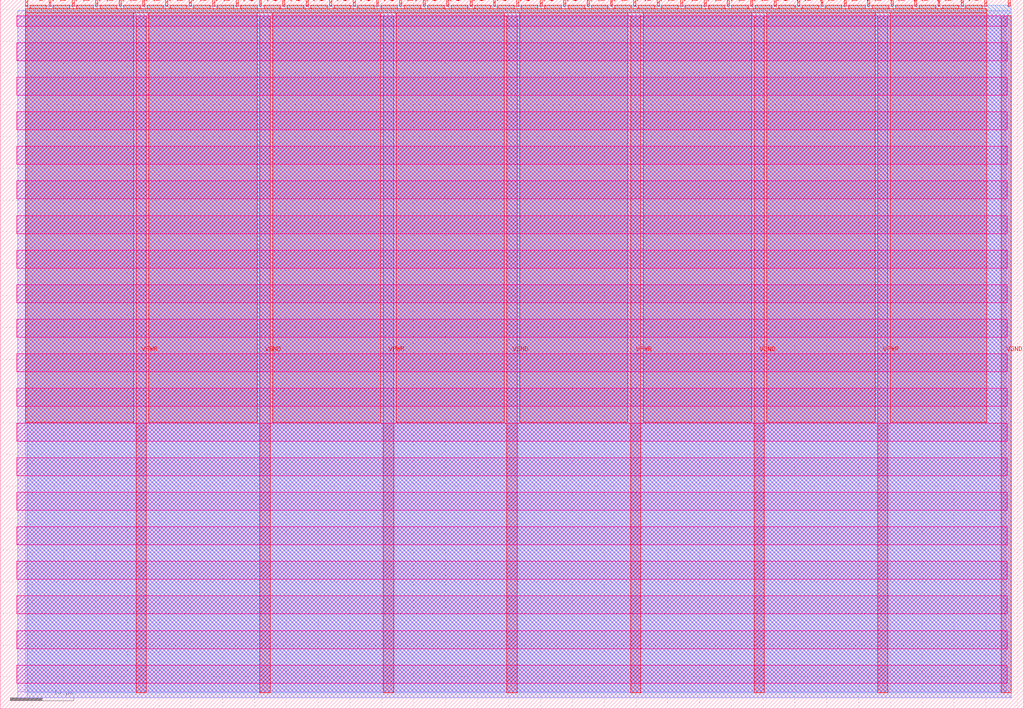
<source format=lef>
VERSION 5.7 ;
  NOWIREEXTENSIONATPIN ON ;
  DIVIDERCHAR "/" ;
  BUSBITCHARS "[]" ;
MACRO tt_um_toivoh_basilisc_2816
  CLASS BLOCK ;
  FOREIGN tt_um_toivoh_basilisc_2816 ;
  ORIGIN 0.000 0.000 ;
  SIZE 161.000 BY 111.520 ;
  PIN VGND
    DIRECTION INOUT ;
    USE GROUND ;
    PORT
      LAYER met4 ;
        RECT 40.830 2.480 42.430 109.040 ;
    END
    PORT
      LAYER met4 ;
        RECT 79.700 2.480 81.300 109.040 ;
    END
    PORT
      LAYER met4 ;
        RECT 118.570 2.480 120.170 109.040 ;
    END
    PORT
      LAYER met4 ;
        RECT 157.440 2.480 159.040 109.040 ;
    END
  END VGND
  PIN VPWR
    DIRECTION INOUT ;
    USE POWER ;
    PORT
      LAYER met4 ;
        RECT 21.395 2.480 22.995 109.040 ;
    END
    PORT
      LAYER met4 ;
        RECT 60.265 2.480 61.865 109.040 ;
    END
    PORT
      LAYER met4 ;
        RECT 99.135 2.480 100.735 109.040 ;
    END
    PORT
      LAYER met4 ;
        RECT 138.005 2.480 139.605 109.040 ;
    END
  END VPWR
  PIN clk
    DIRECTION INPUT ;
    USE SIGNAL ;
    ANTENNAGATEAREA 0.852000 ;
    PORT
      LAYER met4 ;
        RECT 154.870 110.520 155.170 111.520 ;
    END
  END clk
  PIN ena
    DIRECTION INPUT ;
    USE SIGNAL ;
    PORT
      LAYER met4 ;
        RECT 158.550 110.520 158.850 111.520 ;
    END
  END ena
  PIN rst_n
    DIRECTION INPUT ;
    USE SIGNAL ;
    ANTENNAGATEAREA 0.159000 ;
    PORT
      LAYER met4 ;
        RECT 151.190 110.520 151.490 111.520 ;
    END
  END rst_n
  PIN ui_in[0]
    DIRECTION INPUT ;
    USE SIGNAL ;
    ANTENNAGATEAREA 0.196500 ;
    PORT
      LAYER met4 ;
        RECT 147.510 110.520 147.810 111.520 ;
    END
  END ui_in[0]
  PIN ui_in[1]
    DIRECTION INPUT ;
    USE SIGNAL ;
    ANTENNAGATEAREA 0.196500 ;
    PORT
      LAYER met4 ;
        RECT 143.830 110.520 144.130 111.520 ;
    END
  END ui_in[1]
  PIN ui_in[2]
    DIRECTION INPUT ;
    USE SIGNAL ;
    PORT
      LAYER met4 ;
        RECT 140.150 110.520 140.450 111.520 ;
    END
  END ui_in[2]
  PIN ui_in[3]
    DIRECTION INPUT ;
    USE SIGNAL ;
    PORT
      LAYER met4 ;
        RECT 136.470 110.520 136.770 111.520 ;
    END
  END ui_in[3]
  PIN ui_in[4]
    DIRECTION INPUT ;
    USE SIGNAL ;
    PORT
      LAYER met4 ;
        RECT 132.790 110.520 133.090 111.520 ;
    END
  END ui_in[4]
  PIN ui_in[5]
    DIRECTION INPUT ;
    USE SIGNAL ;
    PORT
      LAYER met4 ;
        RECT 129.110 110.520 129.410 111.520 ;
    END
  END ui_in[5]
  PIN ui_in[6]
    DIRECTION INPUT ;
    USE SIGNAL ;
    PORT
      LAYER met4 ;
        RECT 125.430 110.520 125.730 111.520 ;
    END
  END ui_in[6]
  PIN ui_in[7]
    DIRECTION INPUT ;
    USE SIGNAL ;
    PORT
      LAYER met4 ;
        RECT 121.750 110.520 122.050 111.520 ;
    END
  END ui_in[7]
  PIN uio_in[0]
    DIRECTION INPUT ;
    USE SIGNAL ;
    PORT
      LAYER met4 ;
        RECT 118.070 110.520 118.370 111.520 ;
    END
  END uio_in[0]
  PIN uio_in[1]
    DIRECTION INPUT ;
    USE SIGNAL ;
    PORT
      LAYER met4 ;
        RECT 114.390 110.520 114.690 111.520 ;
    END
  END uio_in[1]
  PIN uio_in[2]
    DIRECTION INPUT ;
    USE SIGNAL ;
    PORT
      LAYER met4 ;
        RECT 110.710 110.520 111.010 111.520 ;
    END
  END uio_in[2]
  PIN uio_in[3]
    DIRECTION INPUT ;
    USE SIGNAL ;
    PORT
      LAYER met4 ;
        RECT 107.030 110.520 107.330 111.520 ;
    END
  END uio_in[3]
  PIN uio_in[4]
    DIRECTION INPUT ;
    USE SIGNAL ;
    PORT
      LAYER met4 ;
        RECT 103.350 110.520 103.650 111.520 ;
    END
  END uio_in[4]
  PIN uio_in[5]
    DIRECTION INPUT ;
    USE SIGNAL ;
    PORT
      LAYER met4 ;
        RECT 99.670 110.520 99.970 111.520 ;
    END
  END uio_in[5]
  PIN uio_in[6]
    DIRECTION INPUT ;
    USE SIGNAL ;
    PORT
      LAYER met4 ;
        RECT 95.990 110.520 96.290 111.520 ;
    END
  END uio_in[6]
  PIN uio_in[7]
    DIRECTION INPUT ;
    USE SIGNAL ;
    PORT
      LAYER met4 ;
        RECT 92.310 110.520 92.610 111.520 ;
    END
  END uio_in[7]
  PIN uio_oe[0]
    DIRECTION OUTPUT TRISTATE ;
    USE SIGNAL ;
    PORT
      LAYER met4 ;
        RECT 29.750 110.520 30.050 111.520 ;
    END
  END uio_oe[0]
  PIN uio_oe[1]
    DIRECTION OUTPUT TRISTATE ;
    USE SIGNAL ;
    PORT
      LAYER met4 ;
        RECT 26.070 110.520 26.370 111.520 ;
    END
  END uio_oe[1]
  PIN uio_oe[2]
    DIRECTION OUTPUT TRISTATE ;
    USE SIGNAL ;
    PORT
      LAYER met4 ;
        RECT 22.390 110.520 22.690 111.520 ;
    END
  END uio_oe[2]
  PIN uio_oe[3]
    DIRECTION OUTPUT TRISTATE ;
    USE SIGNAL ;
    PORT
      LAYER met4 ;
        RECT 18.710 110.520 19.010 111.520 ;
    END
  END uio_oe[3]
  PIN uio_oe[4]
    DIRECTION OUTPUT TRISTATE ;
    USE SIGNAL ;
    PORT
      LAYER met4 ;
        RECT 15.030 110.520 15.330 111.520 ;
    END
  END uio_oe[4]
  PIN uio_oe[5]
    DIRECTION OUTPUT TRISTATE ;
    USE SIGNAL ;
    PORT
      LAYER met4 ;
        RECT 11.350 110.520 11.650 111.520 ;
    END
  END uio_oe[5]
  PIN uio_oe[6]
    DIRECTION OUTPUT TRISTATE ;
    USE SIGNAL ;
    PORT
      LAYER met4 ;
        RECT 7.670 110.520 7.970 111.520 ;
    END
  END uio_oe[6]
  PIN uio_oe[7]
    DIRECTION OUTPUT TRISTATE ;
    USE SIGNAL ;
    PORT
      LAYER met4 ;
        RECT 3.990 110.520 4.290 111.520 ;
    END
  END uio_oe[7]
  PIN uio_out[0]
    DIRECTION OUTPUT TRISTATE ;
    USE SIGNAL ;
    PORT
      LAYER met4 ;
        RECT 59.190 110.520 59.490 111.520 ;
    END
  END uio_out[0]
  PIN uio_out[1]
    DIRECTION OUTPUT TRISTATE ;
    USE SIGNAL ;
    PORT
      LAYER met4 ;
        RECT 55.510 110.520 55.810 111.520 ;
    END
  END uio_out[1]
  PIN uio_out[2]
    DIRECTION OUTPUT TRISTATE ;
    USE SIGNAL ;
    PORT
      LAYER met4 ;
        RECT 51.830 110.520 52.130 111.520 ;
    END
  END uio_out[2]
  PIN uio_out[3]
    DIRECTION OUTPUT TRISTATE ;
    USE SIGNAL ;
    PORT
      LAYER met4 ;
        RECT 48.150 110.520 48.450 111.520 ;
    END
  END uio_out[3]
  PIN uio_out[4]
    DIRECTION OUTPUT TRISTATE ;
    USE SIGNAL ;
    PORT
      LAYER met4 ;
        RECT 44.470 110.520 44.770 111.520 ;
    END
  END uio_out[4]
  PIN uio_out[5]
    DIRECTION OUTPUT TRISTATE ;
    USE SIGNAL ;
    PORT
      LAYER met4 ;
        RECT 40.790 110.520 41.090 111.520 ;
    END
  END uio_out[5]
  PIN uio_out[6]
    DIRECTION OUTPUT TRISTATE ;
    USE SIGNAL ;
    PORT
      LAYER met4 ;
        RECT 37.110 110.520 37.410 111.520 ;
    END
  END uio_out[6]
  PIN uio_out[7]
    DIRECTION OUTPUT TRISTATE ;
    USE SIGNAL ;
    PORT
      LAYER met4 ;
        RECT 33.430 110.520 33.730 111.520 ;
    END
  END uio_out[7]
  PIN uo_out[0]
    DIRECTION OUTPUT TRISTATE ;
    USE SIGNAL ;
    ANTENNADIFFAREA 0.445500 ;
    PORT
      LAYER met4 ;
        RECT 88.630 110.520 88.930 111.520 ;
    END
  END uo_out[0]
  PIN uo_out[1]
    DIRECTION OUTPUT TRISTATE ;
    USE SIGNAL ;
    ANTENNADIFFAREA 0.445500 ;
    PORT
      LAYER met4 ;
        RECT 84.950 110.520 85.250 111.520 ;
    END
  END uo_out[1]
  PIN uo_out[2]
    DIRECTION OUTPUT TRISTATE ;
    USE SIGNAL ;
    ANTENNADIFFAREA 0.445500 ;
    PORT
      LAYER met4 ;
        RECT 81.270 110.520 81.570 111.520 ;
    END
  END uo_out[2]
  PIN uo_out[3]
    DIRECTION OUTPUT TRISTATE ;
    USE SIGNAL ;
    ANTENNADIFFAREA 0.445500 ;
    PORT
      LAYER met4 ;
        RECT 77.590 110.520 77.890 111.520 ;
    END
  END uo_out[3]
  PIN uo_out[4]
    DIRECTION OUTPUT TRISTATE ;
    USE SIGNAL ;
    PORT
      LAYER met4 ;
        RECT 73.910 110.520 74.210 111.520 ;
    END
  END uo_out[4]
  PIN uo_out[5]
    DIRECTION OUTPUT TRISTATE ;
    USE SIGNAL ;
    PORT
      LAYER met4 ;
        RECT 70.230 110.520 70.530 111.520 ;
    END
  END uo_out[5]
  PIN uo_out[6]
    DIRECTION OUTPUT TRISTATE ;
    USE SIGNAL ;
    PORT
      LAYER met4 ;
        RECT 66.550 110.520 66.850 111.520 ;
    END
  END uo_out[6]
  PIN uo_out[7]
    DIRECTION OUTPUT TRISTATE ;
    USE SIGNAL ;
    PORT
      LAYER met4 ;
        RECT 62.870 110.520 63.170 111.520 ;
    END
  END uo_out[7]
  OBS
      LAYER nwell ;
        RECT 2.570 107.385 158.430 108.990 ;
        RECT 2.570 101.945 158.430 104.775 ;
        RECT 2.570 96.505 158.430 99.335 ;
        RECT 2.570 91.065 158.430 93.895 ;
        RECT 2.570 85.625 158.430 88.455 ;
        RECT 2.570 80.185 158.430 83.015 ;
        RECT 2.570 74.745 158.430 77.575 ;
        RECT 2.570 69.305 158.430 72.135 ;
        RECT 2.570 63.865 158.430 66.695 ;
        RECT 2.570 58.425 158.430 61.255 ;
        RECT 2.570 52.985 158.430 55.815 ;
        RECT 2.570 47.545 158.430 50.375 ;
        RECT 2.570 42.105 158.430 44.935 ;
        RECT 2.570 36.665 158.430 39.495 ;
        RECT 2.570 31.225 158.430 34.055 ;
        RECT 2.570 25.785 158.430 28.615 ;
        RECT 2.570 20.345 158.430 23.175 ;
        RECT 2.570 14.905 158.430 17.735 ;
        RECT 2.570 9.465 158.430 12.295 ;
        RECT 2.570 4.025 158.430 6.855 ;
      LAYER li1 ;
        RECT 2.760 2.635 158.240 108.885 ;
      LAYER met1 ;
        RECT 2.760 1.740 159.040 109.780 ;
      LAYER met2 ;
        RECT 4.240 1.710 159.010 110.685 ;
      LAYER met3 ;
        RECT 3.950 2.555 159.030 110.665 ;
      LAYER met4 ;
        RECT 4.690 110.120 7.270 110.665 ;
        RECT 8.370 110.120 10.950 110.665 ;
        RECT 12.050 110.120 14.630 110.665 ;
        RECT 15.730 110.120 18.310 110.665 ;
        RECT 19.410 110.120 21.990 110.665 ;
        RECT 23.090 110.120 25.670 110.665 ;
        RECT 26.770 110.120 29.350 110.665 ;
        RECT 30.450 110.120 33.030 110.665 ;
        RECT 34.130 110.120 36.710 110.665 ;
        RECT 37.810 110.120 40.390 110.665 ;
        RECT 41.490 110.120 44.070 110.665 ;
        RECT 45.170 110.120 47.750 110.665 ;
        RECT 48.850 110.120 51.430 110.665 ;
        RECT 52.530 110.120 55.110 110.665 ;
        RECT 56.210 110.120 58.790 110.665 ;
        RECT 59.890 110.120 62.470 110.665 ;
        RECT 63.570 110.120 66.150 110.665 ;
        RECT 67.250 110.120 69.830 110.665 ;
        RECT 70.930 110.120 73.510 110.665 ;
        RECT 74.610 110.120 77.190 110.665 ;
        RECT 78.290 110.120 80.870 110.665 ;
        RECT 81.970 110.120 84.550 110.665 ;
        RECT 85.650 110.120 88.230 110.665 ;
        RECT 89.330 110.120 91.910 110.665 ;
        RECT 93.010 110.120 95.590 110.665 ;
        RECT 96.690 110.120 99.270 110.665 ;
        RECT 100.370 110.120 102.950 110.665 ;
        RECT 104.050 110.120 106.630 110.665 ;
        RECT 107.730 110.120 110.310 110.665 ;
        RECT 111.410 110.120 113.990 110.665 ;
        RECT 115.090 110.120 117.670 110.665 ;
        RECT 118.770 110.120 121.350 110.665 ;
        RECT 122.450 110.120 125.030 110.665 ;
        RECT 126.130 110.120 128.710 110.665 ;
        RECT 129.810 110.120 132.390 110.665 ;
        RECT 133.490 110.120 136.070 110.665 ;
        RECT 137.170 110.120 139.750 110.665 ;
        RECT 140.850 110.120 143.430 110.665 ;
        RECT 144.530 110.120 147.110 110.665 ;
        RECT 148.210 110.120 150.790 110.665 ;
        RECT 151.890 110.120 154.470 110.665 ;
        RECT 3.975 109.440 155.185 110.120 ;
        RECT 3.975 45.055 20.995 109.440 ;
        RECT 23.395 45.055 40.430 109.440 ;
        RECT 42.830 45.055 59.865 109.440 ;
        RECT 62.265 45.055 79.300 109.440 ;
        RECT 81.700 45.055 98.735 109.440 ;
        RECT 101.135 45.055 118.170 109.440 ;
        RECT 120.570 45.055 137.605 109.440 ;
        RECT 140.005 45.055 155.185 109.440 ;
  END
END tt_um_toivoh_basilisc_2816
END LIBRARY


</source>
